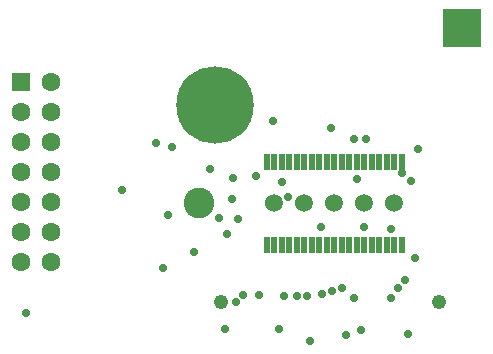
<source format=gts>
G04*
G04 #@! TF.GenerationSoftware,Altium Limited,Altium Designer,21.6.4 (81)*
G04*
G04 Layer_Color=8388736*
%FSLAX25Y25*%
%MOIN*%
G70*
G04*
G04 #@! TF.SameCoordinates,82D07BB3-39A6-4B9F-A2C0-6B90CFECE1EA*
G04*
G04*
G04 #@! TF.FilePolarity,Negative*
G04*
G01*
G75*
%ADD17R,0.02493X0.05800*%
%ADD18R,0.12800X0.12800*%
%ADD19C,0.04816*%
%ADD20R,0.06300X0.06300*%
%ADD21C,0.06300*%
%ADD22C,0.10209*%
%ADD23C,0.05989*%
%ADD24C,0.25800*%
%ADD25C,0.02800*%
D17*
X18500Y603D02*
D03*
X21000D02*
D03*
X23500D02*
D03*
X26000D02*
D03*
X28500D02*
D03*
X31000D02*
D03*
X33500D02*
D03*
X36000D02*
D03*
X38500D02*
D03*
X41000D02*
D03*
X43500D02*
D03*
X46000D02*
D03*
X48500D02*
D03*
X51000D02*
D03*
X53500D02*
D03*
X56000D02*
D03*
X58500D02*
D03*
X61000D02*
D03*
X63500D02*
D03*
X18500Y28398D02*
D03*
X21000D02*
D03*
X23500D02*
D03*
X26000D02*
D03*
X28500D02*
D03*
X31000D02*
D03*
X33500D02*
D03*
X36000D02*
D03*
X38500D02*
D03*
X41000D02*
D03*
X43500D02*
D03*
X46000D02*
D03*
X48500D02*
D03*
X51000D02*
D03*
X53500D02*
D03*
X56000D02*
D03*
X58500D02*
D03*
X61000D02*
D03*
X63500D02*
D03*
D18*
X83626Y73008D02*
D03*
D19*
X3126Y-18492D02*
D03*
X75882D02*
D03*
D20*
X-63374Y55008D02*
D03*
D21*
X-53374Y45008D02*
D03*
Y55008D02*
D03*
X-63374Y45008D02*
D03*
X-53374Y35008D02*
D03*
X-63374D02*
D03*
X-53374Y25008D02*
D03*
X-63374D02*
D03*
X-53374Y15008D02*
D03*
X-63374D02*
D03*
X-53374Y5008D02*
D03*
X-63374D02*
D03*
X-53374Y-4992D02*
D03*
X-63374D02*
D03*
D22*
X-4000Y14500D02*
D03*
D23*
X21000D02*
D03*
X31000D02*
D03*
X41000D02*
D03*
X51000D02*
D03*
X61000D02*
D03*
D24*
X1205Y47362D02*
D03*
D25*
X-14500Y10500D02*
D03*
X-5811Y-1725D02*
D03*
X-18500Y34500D02*
D03*
X69000Y32500D02*
D03*
X51500Y36000D02*
D03*
X20500Y42000D02*
D03*
X40000Y39500D02*
D03*
X47574Y35925D02*
D03*
X15000Y23500D02*
D03*
X23500Y21500D02*
D03*
X67904Y-3610D02*
D03*
X64704Y-11209D02*
D03*
X62204Y-13710D02*
D03*
X47675Y-17175D02*
D03*
X43504Y-13810D02*
D03*
X32000Y-16500D02*
D03*
X4500Y-27500D02*
D03*
X22500D02*
D03*
X50000Y-27729D02*
D03*
X33000Y-31500D02*
D03*
X45000Y-29500D02*
D03*
X65500Y-29000D02*
D03*
X-496Y26090D02*
D03*
X7204Y22886D02*
D03*
X5204Y4384D02*
D03*
X8882Y9190D02*
D03*
X-29896Y19091D02*
D03*
X6804Y15991D02*
D03*
X25504Y16691D02*
D03*
X36780Y-15722D02*
D03*
X-15996Y-6910D02*
D03*
X15882Y-15932D02*
D03*
X24313Y-16409D02*
D03*
X28480D02*
D03*
X59976Y-17210D02*
D03*
X8204Y-18409D02*
D03*
X2405Y9590D02*
D03*
X-13196Y33290D02*
D03*
X36504Y6590D02*
D03*
X51004D02*
D03*
X59976Y5891D02*
D03*
X48500Y22691D02*
D03*
X63500Y24590D02*
D03*
X66504Y21891D02*
D03*
X-61896Y-22009D02*
D03*
X10704Y-16010D02*
D03*
X40104Y-14609D02*
D03*
M02*

</source>
